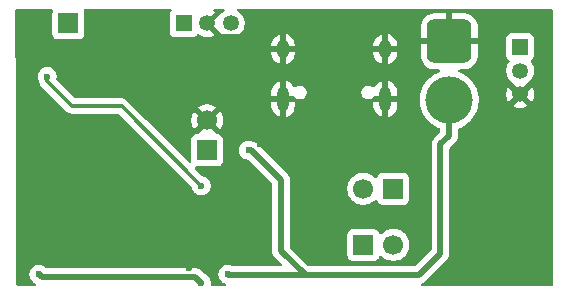
<source format=gbr>
%TF.GenerationSoftware,KiCad,Pcbnew,9.0.3*%
%TF.CreationDate,2025-08-11T12:53:14-05:00*%
%TF.ProjectId,Battle_Bot_Mind,42617474-6c65-45f4-926f-745f4d696e64,rev?*%
%TF.SameCoordinates,Original*%
%TF.FileFunction,Copper,L2,Bot*%
%TF.FilePolarity,Positive*%
%FSLAX46Y46*%
G04 Gerber Fmt 4.6, Leading zero omitted, Abs format (unit mm)*
G04 Created by KiCad (PCBNEW 9.0.3) date 2025-08-11 12:53:14*
%MOMM*%
%LPD*%
G01*
G04 APERTURE LIST*
G04 Aperture macros list*
%AMRoundRect*
0 Rectangle with rounded corners*
0 $1 Rounding radius*
0 $2 $3 $4 $5 $6 $7 $8 $9 X,Y pos of 4 corners*
0 Add a 4 corners polygon primitive as box body*
4,1,4,$2,$3,$4,$5,$6,$7,$8,$9,$2,$3,0*
0 Add four circle primitives for the rounded corners*
1,1,$1+$1,$2,$3*
1,1,$1+$1,$4,$5*
1,1,$1+$1,$6,$7*
1,1,$1+$1,$8,$9*
0 Add four rect primitives between the rounded corners*
20,1,$1+$1,$2,$3,$4,$5,0*
20,1,$1+$1,$4,$5,$6,$7,0*
20,1,$1+$1,$6,$7,$8,$9,0*
20,1,$1+$1,$8,$9,$2,$3,0*%
G04 Aperture macros list end*
%TA.AperFunction,ComponentPad*%
%ADD10RoundRect,0.760000X-1.140000X1.140000X-1.140000X-1.140000X1.140000X-1.140000X1.140000X1.140000X0*%
%TD*%
%TA.AperFunction,ComponentPad*%
%ADD11C,4.000000*%
%TD*%
%TA.AperFunction,HeatsinkPad*%
%ADD12C,0.600000*%
%TD*%
%TA.AperFunction,ComponentPad*%
%ADD13R,1.700000X1.700000*%
%TD*%
%TA.AperFunction,ComponentPad*%
%ADD14R,1.350000X1.350000*%
%TD*%
%TA.AperFunction,ComponentPad*%
%ADD15C,1.350000*%
%TD*%
%TA.AperFunction,ComponentPad*%
%ADD16C,1.700000*%
%TD*%
%TA.AperFunction,HeatsinkPad*%
%ADD17O,1.000000X2.100000*%
%TD*%
%TA.AperFunction,HeatsinkPad*%
%ADD18O,1.000000X1.600000*%
%TD*%
%TA.AperFunction,ViaPad*%
%ADD19C,0.600000*%
%TD*%
%TA.AperFunction,Conductor*%
%ADD20C,0.500000*%
%TD*%
%TA.AperFunction,Conductor*%
%ADD21C,0.300000*%
%TD*%
G04 APERTURE END LIST*
D10*
%TO.P,J2,1,Pin_1*%
%TO.N,GND*%
X142750000Y-73750000D03*
D11*
%TO.P,J2,2,Pin_2*%
%TO.N,+BATT*%
X142750000Y-78750000D03*
%TD*%
D12*
%TO.P,U1,19,GND*%
%TO.N,GND*%
X112850000Y-84390000D03*
X113950000Y-84390000D03*
X112300000Y-83840000D03*
X113400000Y-83840000D03*
X114500000Y-83840000D03*
X112850000Y-83290000D03*
X113950000Y-83290000D03*
X112300000Y-82740000D03*
X113400000Y-82740000D03*
X114500000Y-82740000D03*
X112850000Y-82190000D03*
X113950000Y-82190000D03*
%TD*%
D13*
%TO.P,J4,1,Pin_1*%
%TO.N,/BOOT*%
X110500000Y-72250000D03*
%TD*%
D14*
%TO.P,DBG1,1,Pin_1*%
%TO.N,Net-(DBG1-Pin_1)*%
X120250000Y-72250000D03*
D15*
%TO.P,DBG1,2,Pin_2*%
%TO.N,GND*%
X122250000Y-72250000D03*
%TO.P,DBG1,3,Pin_3*%
%TO.N,Net-(DBG1-Pin_3)*%
X124250000Y-72250000D03*
%TD*%
D13*
%TO.P,M2,1,Pin_1*%
%TO.N,Net-(M2-Pin_1)*%
X135475000Y-91000000D03*
D16*
%TO.P,M2,2,Pin_2*%
%TO.N,Net-(M2-Pin_2)*%
X138015000Y-91000000D03*
%TD*%
D17*
%TO.P,J1,S1,SHIELD*%
%TO.N,GND*%
X137320000Y-78630000D03*
D18*
X137320000Y-74450000D03*
D17*
X128680000Y-78630000D03*
D18*
X128680000Y-74450000D03*
%TD*%
D13*
%TO.P,M1,1,Pin_1*%
%TO.N,Net-(M1-Pin_1)*%
X138000000Y-86250000D03*
D16*
%TO.P,M1,2,Pin_2*%
%TO.N,Net-(M1-Pin_2)*%
X135460000Y-86250000D03*
%TD*%
D13*
%TO.P,M3,1,Pin_1*%
%TO.N,+BATT*%
X122250000Y-83000000D03*
D16*
%TO.P,M3,2,Pin_2*%
%TO.N,GND*%
X122250000Y-80460000D03*
%TD*%
D14*
%TO.P,J3,1,Pin_1*%
%TO.N,/ESC_PWM*%
X148750000Y-74250000D03*
D15*
%TO.P,J3,2,Pin_2*%
%TO.N,+BATT*%
X148750000Y-76250000D03*
%TO.P,J3,3,Pin_3*%
%TO.N,GND*%
X148750000Y-78250000D03*
%TD*%
D19*
%TO.N,GND*%
X133500000Y-86750000D03*
X126500000Y-88250000D03*
X116000000Y-73470000D03*
X129750000Y-80750000D03*
X148750000Y-80250000D03*
X121750000Y-87950000D03*
X126000000Y-91750000D03*
X120750000Y-93000000D03*
X122750000Y-92750000D03*
X133500000Y-89750000D03*
X136250000Y-80750000D03*
X147250000Y-84250000D03*
X132000000Y-82750000D03*
X134415380Y-81834620D03*
X132750000Y-86750000D03*
X132750000Y-89750000D03*
X124250000Y-81000000D03*
X145000000Y-93250000D03*
X112500000Y-72750000D03*
X126250000Y-72750000D03*
X149000000Y-93750000D03*
X126500000Y-86500000D03*
X126750000Y-82500000D03*
X107750000Y-72500000D03*
%TO.N,+3V3*%
X121750000Y-94200000D03*
X108000000Y-93500000D03*
%TO.N,+BATT*%
X125750000Y-83000000D03*
X124000000Y-93499000D03*
%TO.N,/PWM_B*%
X121750000Y-86000000D03*
X108700000Y-76750000D03*
%TD*%
D20*
%TO.N,GND*%
X125624000Y-73376000D02*
X126250000Y-72750000D01*
X122250000Y-72250000D02*
X123376000Y-73376000D01*
X123376000Y-73376000D02*
X125624000Y-73376000D01*
%TO.N,+3V3*%
X108250000Y-93750000D02*
X108000000Y-93500000D01*
X121749000Y-94249000D02*
X121250000Y-93750000D01*
X121250000Y-93750000D02*
X108250000Y-93750000D01*
%TO.N,+BATT*%
X128500000Y-85500000D02*
X128500000Y-91500000D01*
X142000000Y-82500000D02*
X142750000Y-81750000D01*
X140202000Y-93548000D02*
X142000000Y-91750000D01*
X130500000Y-93548000D02*
X124049000Y-93548000D01*
X128500000Y-91500000D02*
X130500000Y-93500000D01*
X130500000Y-93548000D02*
X140202000Y-93548000D01*
X124049000Y-93548000D02*
X124000000Y-93499000D01*
X126000000Y-83000000D02*
X128500000Y-85500000D01*
X142000000Y-91750000D02*
X142000000Y-82500000D01*
X130500000Y-93500000D02*
X130500000Y-93548000D01*
X142750000Y-81750000D02*
X142750000Y-78750000D01*
D21*
X142750000Y-80250000D02*
X142750000Y-78750000D01*
D20*
X125750000Y-83000000D02*
X126000000Y-83000000D01*
D21*
%TO.N,/PWM_B*%
X115001000Y-79251000D02*
X121750000Y-86000000D01*
X108750000Y-76800000D02*
X108700000Y-76750000D01*
X108700000Y-77120654D02*
X108700000Y-76750000D01*
X110830346Y-79251000D02*
X108700000Y-77120654D01*
X115000000Y-79251000D02*
X115001000Y-79251000D01*
X115000000Y-79251000D02*
X110830346Y-79251000D01*
%TD*%
%TA.AperFunction,Conductor*%
%TO.N,GND*%
G36*
X109153270Y-71020185D02*
G01*
X109199025Y-71072989D01*
X109208969Y-71142147D01*
X109202413Y-71167833D01*
X109155908Y-71292517D01*
X109149501Y-71352116D01*
X109149501Y-71352123D01*
X109149500Y-71352135D01*
X109149500Y-73147870D01*
X109149501Y-73147876D01*
X109155908Y-73207483D01*
X109206202Y-73342328D01*
X109206206Y-73342335D01*
X109292452Y-73457544D01*
X109292455Y-73457547D01*
X109407664Y-73543793D01*
X109407671Y-73543797D01*
X109542517Y-73594091D01*
X109542516Y-73594091D01*
X109549444Y-73594835D01*
X109602127Y-73600500D01*
X111397872Y-73600499D01*
X111457483Y-73594091D01*
X111592331Y-73543796D01*
X111707546Y-73457546D01*
X111793796Y-73342331D01*
X111844091Y-73207483D01*
X111850500Y-73147873D01*
X111850499Y-71352128D01*
X111844091Y-71292517D01*
X111826227Y-71244622D01*
X111797587Y-71167833D01*
X111792603Y-71098141D01*
X111826088Y-71036818D01*
X111887411Y-71003334D01*
X111913769Y-71000500D01*
X119135046Y-71000500D01*
X119202085Y-71020185D01*
X119247840Y-71072989D01*
X119257784Y-71142147D01*
X119228759Y-71205703D01*
X119222727Y-71212181D01*
X119217452Y-71217455D01*
X119131206Y-71332664D01*
X119131202Y-71332671D01*
X119080908Y-71467517D01*
X119074501Y-71527116D01*
X119074500Y-71527135D01*
X119074500Y-72972870D01*
X119074501Y-72972876D01*
X119080908Y-73032483D01*
X119131202Y-73167328D01*
X119131206Y-73167335D01*
X119217452Y-73282544D01*
X119217455Y-73282547D01*
X119332664Y-73368793D01*
X119332671Y-73368797D01*
X119467517Y-73419091D01*
X119467516Y-73419091D01*
X119474444Y-73419835D01*
X119527127Y-73425500D01*
X120972872Y-73425499D01*
X121032483Y-73419091D01*
X121167331Y-73368796D01*
X121282546Y-73282546D01*
X121346541Y-73197059D01*
X121402473Y-73155190D01*
X121472165Y-73150206D01*
X121518691Y-73171054D01*
X121634161Y-73254947D01*
X121798956Y-73338915D01*
X121798959Y-73338916D01*
X121974852Y-73396066D01*
X122157527Y-73425000D01*
X122342473Y-73425000D01*
X122525147Y-73396066D01*
X122701040Y-73338916D01*
X122701043Y-73338915D01*
X122865836Y-73254947D01*
X122865845Y-73254942D01*
X122886430Y-73239984D01*
X122886430Y-73239983D01*
X122296447Y-72650000D01*
X122302661Y-72650000D01*
X122404394Y-72622741D01*
X122495606Y-72570080D01*
X122570080Y-72495606D01*
X122622741Y-72404394D01*
X122650000Y-72302661D01*
X122650000Y-72296448D01*
X123264238Y-72910686D01*
X123299162Y-72941165D01*
X123322202Y-72972876D01*
X123353379Y-73015787D01*
X123484213Y-73146621D01*
X123633904Y-73255378D01*
X123687224Y-73282546D01*
X123798764Y-73339379D01*
X123798767Y-73339380D01*
X123886750Y-73367967D01*
X123974736Y-73396555D01*
X124157486Y-73425500D01*
X124157487Y-73425500D01*
X124342513Y-73425500D01*
X124342514Y-73425500D01*
X124525264Y-73396555D01*
X124701235Y-73339379D01*
X124866096Y-73255378D01*
X125015787Y-73146621D01*
X125146621Y-73015787D01*
X125255378Y-72866096D01*
X125339379Y-72701235D01*
X125396555Y-72525264D01*
X125401253Y-72495606D01*
X125425500Y-72342513D01*
X125425500Y-72157486D01*
X125396555Y-71974736D01*
X125339379Y-71798765D01*
X125339379Y-71798764D01*
X125296577Y-71714763D01*
X125255378Y-71633904D01*
X125146621Y-71484213D01*
X125015787Y-71353379D01*
X124866096Y-71244622D01*
X124847181Y-71234984D01*
X124796386Y-71187011D01*
X124779591Y-71119190D01*
X124802128Y-71053055D01*
X124856843Y-71009603D01*
X124903477Y-71000500D01*
X151375500Y-71000500D01*
X151442539Y-71020185D01*
X151488294Y-71072989D01*
X151499500Y-71124500D01*
X151499500Y-94375500D01*
X151479815Y-94442539D01*
X151427011Y-94488294D01*
X151375500Y-94499500D01*
X140489415Y-94499500D01*
X140422376Y-94479815D01*
X140376621Y-94427011D01*
X140366677Y-94357853D01*
X140395702Y-94294297D01*
X140441963Y-94260939D01*
X140477855Y-94246072D01*
X140557495Y-94213084D01*
X140614368Y-94175083D01*
X140680416Y-94130952D01*
X142582952Y-92228416D01*
X142632186Y-92154729D01*
X142665084Y-92105495D01*
X142721658Y-91968913D01*
X142734375Y-91904984D01*
X142750500Y-91823920D01*
X142750500Y-82862229D01*
X142770185Y-82795190D01*
X142786819Y-82774548D01*
X143332948Y-82228419D01*
X143332951Y-82228416D01*
X143415084Y-82105495D01*
X143471658Y-81968913D01*
X143483840Y-81907671D01*
X143500500Y-81823920D01*
X143500500Y-81224533D01*
X143520185Y-81157494D01*
X143572989Y-81111739D01*
X143583526Y-81107498D01*
X143708408Y-81063801D01*
X143961445Y-80941945D01*
X144199248Y-80792523D01*
X144418825Y-80617416D01*
X144617416Y-80418825D01*
X144792523Y-80199248D01*
X144941945Y-79961445D01*
X145063801Y-79708408D01*
X145156560Y-79443318D01*
X145219055Y-79169509D01*
X145250500Y-78890425D01*
X145250500Y-78609575D01*
X145232900Y-78453366D01*
X145219057Y-78330505D01*
X145219054Y-78330487D01*
X145184763Y-78180246D01*
X145156559Y-78056678D01*
X145156556Y-78056670D01*
X145127926Y-77974852D01*
X145063801Y-77791592D01*
X144941945Y-77538555D01*
X144792523Y-77300752D01*
X144617416Y-77081175D01*
X144418825Y-76882584D01*
X144199248Y-76707477D01*
X143961445Y-76558055D01*
X143961442Y-76558053D01*
X143708411Y-76436200D01*
X143579355Y-76391041D01*
X143522579Y-76350319D01*
X143496832Y-76285367D01*
X143510288Y-76216805D01*
X143558676Y-76166402D01*
X143620310Y-76150000D01*
X143954706Y-76150000D01*
X143954719Y-76149999D01*
X144087906Y-76139517D01*
X144087912Y-76139516D01*
X144307829Y-76084101D01*
X144307832Y-76084100D01*
X144514330Y-75990304D01*
X144514336Y-75990301D01*
X144700758Y-75861148D01*
X144700770Y-75861138D01*
X144861138Y-75700770D01*
X144861148Y-75700758D01*
X144990301Y-75514336D01*
X144990304Y-75514330D01*
X145084100Y-75307832D01*
X145084101Y-75307829D01*
X145139516Y-75087912D01*
X145139517Y-75087906D01*
X145149999Y-74954719D01*
X145150000Y-74954706D01*
X145150000Y-74000000D01*
X144077231Y-74000000D01*
X144100000Y-73856247D01*
X144100000Y-73643753D01*
X144081529Y-73527135D01*
X147574500Y-73527135D01*
X147574500Y-74972870D01*
X147574501Y-74972876D01*
X147580908Y-75032483D01*
X147631202Y-75167328D01*
X147631206Y-75167335D01*
X147717452Y-75282544D01*
X147717453Y-75282544D01*
X147717454Y-75282546D01*
X147751228Y-75307829D01*
X147802539Y-75346241D01*
X147844409Y-75402175D01*
X147849393Y-75471867D01*
X147828545Y-75518392D01*
X147744624Y-75633900D01*
X147660620Y-75798764D01*
X147660619Y-75798767D01*
X147603445Y-75974734D01*
X147586123Y-76084100D01*
X147574500Y-76157486D01*
X147574500Y-76342514D01*
X147578984Y-76370827D01*
X147603445Y-76525265D01*
X147660619Y-76701232D01*
X147660620Y-76701235D01*
X147663801Y-76707477D01*
X147744622Y-76866096D01*
X147853379Y-77015787D01*
X147984213Y-77146621D01*
X147984216Y-77146623D01*
X148058831Y-77200834D01*
X148073806Y-77220254D01*
X148703554Y-77850000D01*
X148697339Y-77850000D01*
X148595606Y-77877259D01*
X148504394Y-77929920D01*
X148429920Y-78004394D01*
X148377259Y-78095606D01*
X148350000Y-78197339D01*
X148350000Y-78203553D01*
X147760015Y-77613568D01*
X147745049Y-77634167D01*
X147661084Y-77798956D01*
X147661083Y-77798959D01*
X147603933Y-77974852D01*
X147575000Y-78157526D01*
X147575000Y-78342473D01*
X147603933Y-78525147D01*
X147661083Y-78701040D01*
X147661084Y-78701043D01*
X147745050Y-78865834D01*
X147760015Y-78886430D01*
X147760016Y-78886431D01*
X148350000Y-78296447D01*
X148350000Y-78302661D01*
X148377259Y-78404394D01*
X148429920Y-78495606D01*
X148504394Y-78570080D01*
X148595606Y-78622741D01*
X148697339Y-78650000D01*
X148703553Y-78650000D01*
X148113568Y-79239983D01*
X148113568Y-79239984D01*
X148134165Y-79254949D01*
X148298956Y-79338915D01*
X148298959Y-79338916D01*
X148474852Y-79396066D01*
X148657527Y-79425000D01*
X148842473Y-79425000D01*
X149025147Y-79396066D01*
X149201040Y-79338916D01*
X149201043Y-79338915D01*
X149365836Y-79254947D01*
X149365845Y-79254942D01*
X149386430Y-79239984D01*
X149386431Y-79239983D01*
X148796448Y-78650000D01*
X148802661Y-78650000D01*
X148904394Y-78622741D01*
X148995606Y-78570080D01*
X149070080Y-78495606D01*
X149122741Y-78404394D01*
X149150000Y-78302661D01*
X149150000Y-78296447D01*
X149739983Y-78886430D01*
X149739984Y-78886430D01*
X149754942Y-78865845D01*
X149754947Y-78865836D01*
X149838915Y-78701043D01*
X149838916Y-78701040D01*
X149896066Y-78525147D01*
X149925000Y-78342473D01*
X149925000Y-78157526D01*
X149896066Y-77974852D01*
X149838916Y-77798959D01*
X149838915Y-77798956D01*
X149754949Y-77634165D01*
X149739983Y-77613568D01*
X149150000Y-78203551D01*
X149150000Y-78197339D01*
X149122741Y-78095606D01*
X149070080Y-78004394D01*
X148995606Y-77929920D01*
X148904394Y-77877259D01*
X148802661Y-77850000D01*
X148796447Y-77850000D01*
X149410675Y-77235771D01*
X149441165Y-77200836D01*
X149515787Y-77146621D01*
X149646621Y-77015787D01*
X149755378Y-76866096D01*
X149839379Y-76701235D01*
X149896555Y-76525264D01*
X149925500Y-76342514D01*
X149925500Y-76157486D01*
X149896555Y-75974736D01*
X149839379Y-75798765D01*
X149839379Y-75798764D01*
X149789442Y-75700758D01*
X149755378Y-75633904D01*
X149671453Y-75518392D01*
X149647974Y-75452586D01*
X149663799Y-75384532D01*
X149697459Y-75346241D01*
X149782546Y-75282546D01*
X149868796Y-75167331D01*
X149919091Y-75032483D01*
X149925500Y-74972873D01*
X149925499Y-73527128D01*
X149919091Y-73467517D01*
X149915372Y-73457547D01*
X149868797Y-73332671D01*
X149868793Y-73332664D01*
X149782547Y-73217455D01*
X149782544Y-73217452D01*
X149667335Y-73131206D01*
X149667328Y-73131202D01*
X149532482Y-73080908D01*
X149532483Y-73080908D01*
X149472883Y-73074501D01*
X149472881Y-73074500D01*
X149472873Y-73074500D01*
X149472864Y-73074500D01*
X148027129Y-73074500D01*
X148027123Y-73074501D01*
X147967516Y-73080908D01*
X147832671Y-73131202D01*
X147832664Y-73131206D01*
X147717455Y-73217452D01*
X147717452Y-73217455D01*
X147631206Y-73332664D01*
X147631202Y-73332671D01*
X147580908Y-73467517D01*
X147574501Y-73527116D01*
X147574501Y-73527123D01*
X147574500Y-73527135D01*
X144081529Y-73527135D01*
X144077231Y-73500000D01*
X145150000Y-73500000D01*
X145150000Y-72545293D01*
X145149999Y-72545280D01*
X145139517Y-72412093D01*
X145139516Y-72412087D01*
X145084101Y-72192170D01*
X145084100Y-72192167D01*
X144990304Y-71985669D01*
X144990301Y-71985663D01*
X144861148Y-71799241D01*
X144861138Y-71799229D01*
X144700770Y-71638861D01*
X144700758Y-71638851D01*
X144514336Y-71509698D01*
X144514330Y-71509695D01*
X144307832Y-71415899D01*
X144307829Y-71415898D01*
X144087912Y-71360483D01*
X144087906Y-71360482D01*
X143954719Y-71350000D01*
X143000000Y-71350000D01*
X143000000Y-72422768D01*
X142856247Y-72400000D01*
X142643753Y-72400000D01*
X142500000Y-72422768D01*
X142500000Y-71350000D01*
X141545280Y-71350000D01*
X141412093Y-71360482D01*
X141412087Y-71360483D01*
X141192170Y-71415898D01*
X141192167Y-71415899D01*
X140985669Y-71509695D01*
X140985663Y-71509698D01*
X140799241Y-71638851D01*
X140799229Y-71638861D01*
X140638861Y-71799229D01*
X140638851Y-71799241D01*
X140509698Y-71985663D01*
X140509695Y-71985669D01*
X140415899Y-72192167D01*
X140415898Y-72192170D01*
X140360483Y-72412087D01*
X140360482Y-72412093D01*
X140350000Y-72545280D01*
X140350000Y-73500000D01*
X141422769Y-73500000D01*
X141400000Y-73643753D01*
X141400000Y-73856247D01*
X141422769Y-74000000D01*
X140350000Y-74000000D01*
X140350000Y-74954719D01*
X140360482Y-75087906D01*
X140360483Y-75087912D01*
X140415898Y-75307829D01*
X140415899Y-75307832D01*
X140509695Y-75514330D01*
X140509698Y-75514336D01*
X140638851Y-75700758D01*
X140638861Y-75700770D01*
X140799229Y-75861138D01*
X140799241Y-75861148D01*
X140985663Y-75990301D01*
X140985669Y-75990304D01*
X141192167Y-76084100D01*
X141192170Y-76084101D01*
X141412087Y-76139516D01*
X141412093Y-76139517D01*
X141545280Y-76149999D01*
X141545294Y-76150000D01*
X141879690Y-76150000D01*
X141946729Y-76169685D01*
X141992484Y-76222489D01*
X142002428Y-76291647D01*
X141973403Y-76355203D01*
X141920645Y-76391041D01*
X141791588Y-76436200D01*
X141538557Y-76558053D01*
X141300753Y-76707476D01*
X141081175Y-76882583D01*
X140882583Y-77081175D01*
X140707477Y-77300752D01*
X140558053Y-77538557D01*
X140436200Y-77791588D01*
X140343443Y-78056670D01*
X140343439Y-78056682D01*
X140280945Y-78330487D01*
X140280942Y-78330505D01*
X140249500Y-78609568D01*
X140249500Y-78890431D01*
X140280942Y-79169494D01*
X140280945Y-79169512D01*
X140343439Y-79443317D01*
X140343443Y-79443329D01*
X140436200Y-79708411D01*
X140558053Y-79961442D01*
X140558055Y-79961445D01*
X140707477Y-80199248D01*
X140882584Y-80418825D01*
X141081175Y-80617416D01*
X141300752Y-80792523D01*
X141538555Y-80941945D01*
X141538557Y-80941946D01*
X141791583Y-81063797D01*
X141791585Y-81063797D01*
X141791592Y-81063801D01*
X141916456Y-81107492D01*
X141935444Y-81121111D01*
X141956703Y-81130820D01*
X141963305Y-81141094D01*
X141973231Y-81148213D01*
X141981843Y-81169939D01*
X141994477Y-81189598D01*
X141997232Y-81208762D01*
X141998978Y-81213166D01*
X141999500Y-81224533D01*
X141999500Y-81387769D01*
X141979815Y-81454808D01*
X141963181Y-81475450D01*
X141417050Y-82021580D01*
X141417044Y-82021588D01*
X141367812Y-82095268D01*
X141367813Y-82095269D01*
X141334921Y-82144496D01*
X141334914Y-82144508D01*
X141278342Y-82281086D01*
X141278340Y-82281092D01*
X141249500Y-82426079D01*
X141249500Y-91387770D01*
X141229815Y-91454809D01*
X141213181Y-91475451D01*
X139927451Y-92761181D01*
X139866128Y-92794666D01*
X139839770Y-92797500D01*
X130910229Y-92797500D01*
X130843190Y-92777815D01*
X130822548Y-92761181D01*
X129286819Y-91225451D01*
X129253334Y-91164128D01*
X129250500Y-91137770D01*
X129250500Y-90102135D01*
X134124500Y-90102135D01*
X134124500Y-91897870D01*
X134124501Y-91897876D01*
X134130908Y-91957483D01*
X134181202Y-92092328D01*
X134181206Y-92092335D01*
X134267452Y-92207544D01*
X134267455Y-92207547D01*
X134382664Y-92293793D01*
X134382671Y-92293797D01*
X134517517Y-92344091D01*
X134517516Y-92344091D01*
X134524444Y-92344835D01*
X134577127Y-92350500D01*
X136372872Y-92350499D01*
X136432483Y-92344091D01*
X136567331Y-92293796D01*
X136682546Y-92207546D01*
X136768796Y-92092331D01*
X136817810Y-91960916D01*
X136859681Y-91904984D01*
X136925145Y-91880566D01*
X136993418Y-91895417D01*
X137021673Y-91916569D01*
X137135213Y-92030109D01*
X137307179Y-92155048D01*
X137307181Y-92155049D01*
X137307184Y-92155051D01*
X137496588Y-92251557D01*
X137698757Y-92317246D01*
X137908713Y-92350500D01*
X137908714Y-92350500D01*
X138121286Y-92350500D01*
X138121287Y-92350500D01*
X138331243Y-92317246D01*
X138533412Y-92251557D01*
X138722816Y-92155051D01*
X138744789Y-92139086D01*
X138894786Y-92030109D01*
X138894788Y-92030106D01*
X138894792Y-92030104D01*
X139045104Y-91879792D01*
X139045106Y-91879788D01*
X139045109Y-91879786D01*
X139170048Y-91707820D01*
X139170047Y-91707820D01*
X139170051Y-91707816D01*
X139266557Y-91518412D01*
X139332246Y-91316243D01*
X139365500Y-91106287D01*
X139365500Y-90893713D01*
X139332246Y-90683757D01*
X139266557Y-90481588D01*
X139170051Y-90292184D01*
X139170049Y-90292181D01*
X139170048Y-90292179D01*
X139045109Y-90120213D01*
X138894786Y-89969890D01*
X138722820Y-89844951D01*
X138533414Y-89748444D01*
X138533413Y-89748443D01*
X138533412Y-89748443D01*
X138331243Y-89682754D01*
X138331241Y-89682753D01*
X138331240Y-89682753D01*
X138169957Y-89657208D01*
X138121287Y-89649500D01*
X137908713Y-89649500D01*
X137860042Y-89657208D01*
X137698760Y-89682753D01*
X137496585Y-89748444D01*
X137307179Y-89844951D01*
X137135215Y-89969889D01*
X137021673Y-90083431D01*
X136960350Y-90116915D01*
X136890658Y-90111931D01*
X136834725Y-90070059D01*
X136817810Y-90039082D01*
X136768797Y-89907671D01*
X136768793Y-89907664D01*
X136682547Y-89792455D01*
X136682544Y-89792452D01*
X136567335Y-89706206D01*
X136567328Y-89706202D01*
X136432482Y-89655908D01*
X136432483Y-89655908D01*
X136372883Y-89649501D01*
X136372881Y-89649500D01*
X136372873Y-89649500D01*
X136372864Y-89649500D01*
X134577129Y-89649500D01*
X134577123Y-89649501D01*
X134517516Y-89655908D01*
X134382671Y-89706202D01*
X134382664Y-89706206D01*
X134267455Y-89792452D01*
X134267452Y-89792455D01*
X134181206Y-89907664D01*
X134181202Y-89907671D01*
X134130908Y-90042517D01*
X134124501Y-90102116D01*
X134124500Y-90102135D01*
X129250500Y-90102135D01*
X129250500Y-86143713D01*
X134109500Y-86143713D01*
X134109500Y-86356286D01*
X134133891Y-86510289D01*
X134142754Y-86566243D01*
X134189265Y-86709390D01*
X134208444Y-86768414D01*
X134304951Y-86957820D01*
X134429890Y-87129786D01*
X134580213Y-87280109D01*
X134752179Y-87405048D01*
X134752181Y-87405049D01*
X134752184Y-87405051D01*
X134941588Y-87501557D01*
X135143757Y-87567246D01*
X135353713Y-87600500D01*
X135353714Y-87600500D01*
X135566286Y-87600500D01*
X135566287Y-87600500D01*
X135776243Y-87567246D01*
X135978412Y-87501557D01*
X136167816Y-87405051D01*
X136339792Y-87280104D01*
X136453329Y-87166566D01*
X136514648Y-87133084D01*
X136584340Y-87138068D01*
X136640274Y-87179939D01*
X136657189Y-87210917D01*
X136706202Y-87342328D01*
X136706206Y-87342335D01*
X136792452Y-87457544D01*
X136792455Y-87457547D01*
X136907664Y-87543793D01*
X136907671Y-87543797D01*
X137042517Y-87594091D01*
X137042516Y-87594091D01*
X137049444Y-87594835D01*
X137102127Y-87600500D01*
X138897872Y-87600499D01*
X138957483Y-87594091D01*
X139092331Y-87543796D01*
X139207546Y-87457546D01*
X139293796Y-87342331D01*
X139344091Y-87207483D01*
X139350500Y-87147873D01*
X139350499Y-85352128D01*
X139344091Y-85292517D01*
X139343379Y-85290609D01*
X139293797Y-85157671D01*
X139293793Y-85157664D01*
X139207547Y-85042455D01*
X139207544Y-85042452D01*
X139092335Y-84956206D01*
X139092328Y-84956202D01*
X138957482Y-84905908D01*
X138957483Y-84905908D01*
X138897883Y-84899501D01*
X138897881Y-84899500D01*
X138897873Y-84899500D01*
X138897864Y-84899500D01*
X137102129Y-84899500D01*
X137102123Y-84899501D01*
X137042516Y-84905908D01*
X136907671Y-84956202D01*
X136907664Y-84956206D01*
X136792455Y-85042452D01*
X136792452Y-85042455D01*
X136706206Y-85157664D01*
X136706203Y-85157669D01*
X136657189Y-85289083D01*
X136615317Y-85345016D01*
X136549853Y-85369433D01*
X136481580Y-85354581D01*
X136453326Y-85333430D01*
X136339786Y-85219890D01*
X136167818Y-85094950D01*
X135978414Y-84998444D01*
X135978413Y-84998443D01*
X135978412Y-84998443D01*
X135776243Y-84932754D01*
X135776241Y-84932753D01*
X135776240Y-84932753D01*
X135614957Y-84907208D01*
X135566287Y-84899500D01*
X135353713Y-84899500D01*
X135305042Y-84907208D01*
X135143760Y-84932753D01*
X134941585Y-84998444D01*
X134752182Y-85094950D01*
X134580213Y-85219890D01*
X134429890Y-85370213D01*
X134304951Y-85542179D01*
X134208444Y-85731585D01*
X134142753Y-85933760D01*
X134109500Y-86143713D01*
X129250500Y-86143713D01*
X129250500Y-85426079D01*
X129221659Y-85281092D01*
X129221658Y-85281091D01*
X129221658Y-85281087D01*
X129221656Y-85281082D01*
X129165085Y-85144507D01*
X129165084Y-85144505D01*
X129131972Y-85094949D01*
X129131971Y-85094947D01*
X129131970Y-85094945D01*
X129082953Y-85021585D01*
X129082947Y-85021578D01*
X126478415Y-82417047D01*
X126478413Y-82417045D01*
X126420289Y-82378210D01*
X126396355Y-82362218D01*
X126355495Y-82334916D01*
X126355494Y-82334915D01*
X126355492Y-82334914D01*
X126355490Y-82334913D01*
X126218917Y-82278343D01*
X126218907Y-82278340D01*
X126073920Y-82249500D01*
X126073918Y-82249500D01*
X126054604Y-82249500D01*
X126007155Y-82240062D01*
X125983497Y-82230263D01*
X125983493Y-82230262D01*
X125983488Y-82230260D01*
X125828845Y-82199500D01*
X125828842Y-82199500D01*
X125671158Y-82199500D01*
X125671155Y-82199500D01*
X125516510Y-82230261D01*
X125516498Y-82230264D01*
X125370827Y-82290602D01*
X125370814Y-82290609D01*
X125239711Y-82378210D01*
X125239707Y-82378213D01*
X125128213Y-82489707D01*
X125128210Y-82489711D01*
X125040609Y-82620814D01*
X125040602Y-82620827D01*
X124980264Y-82766498D01*
X124980261Y-82766510D01*
X124949500Y-82921153D01*
X124949500Y-83078846D01*
X124980261Y-83233489D01*
X124980264Y-83233501D01*
X125040602Y-83379172D01*
X125040609Y-83379185D01*
X125128210Y-83510288D01*
X125128213Y-83510292D01*
X125239707Y-83621786D01*
X125239711Y-83621789D01*
X125370814Y-83709390D01*
X125370827Y-83709397D01*
X125516498Y-83769735D01*
X125516503Y-83769737D01*
X125671153Y-83800499D01*
X125671156Y-83800500D01*
X125671158Y-83800500D01*
X125687770Y-83800500D01*
X125754809Y-83820185D01*
X125775451Y-83836819D01*
X127713181Y-85774549D01*
X127746666Y-85835872D01*
X127749500Y-85862230D01*
X127749500Y-91573918D01*
X127749500Y-91573920D01*
X127749499Y-91573920D01*
X127778340Y-91718907D01*
X127778343Y-91718917D01*
X127834913Y-91855490D01*
X127834914Y-91855491D01*
X127834916Y-91855495D01*
X127851151Y-91879792D01*
X127910698Y-91968913D01*
X127917051Y-91978420D01*
X127917052Y-91978421D01*
X128524451Y-92585819D01*
X128557936Y-92647142D01*
X128552952Y-92716833D01*
X128511081Y-92772767D01*
X128445616Y-92797184D01*
X128436770Y-92797500D01*
X124422902Y-92797500D01*
X124375450Y-92788061D01*
X124233501Y-92729264D01*
X124233489Y-92729261D01*
X124078845Y-92698500D01*
X124078842Y-92698500D01*
X123921158Y-92698500D01*
X123921155Y-92698500D01*
X123766510Y-92729261D01*
X123766498Y-92729264D01*
X123620827Y-92789602D01*
X123620814Y-92789609D01*
X123489711Y-92877210D01*
X123489707Y-92877213D01*
X123378213Y-92988707D01*
X123378210Y-92988711D01*
X123290609Y-93119814D01*
X123290602Y-93119827D01*
X123230264Y-93265498D01*
X123230261Y-93265510D01*
X123199500Y-93420153D01*
X123199500Y-93577846D01*
X123230261Y-93732489D01*
X123230264Y-93732501D01*
X123290602Y-93878172D01*
X123290609Y-93878185D01*
X123378210Y-94009288D01*
X123378213Y-94009292D01*
X123489707Y-94120786D01*
X123489711Y-94120789D01*
X123620814Y-94208390D01*
X123620827Y-94208397D01*
X123747676Y-94260939D01*
X123802080Y-94304780D01*
X123824145Y-94371074D01*
X123806866Y-94438773D01*
X123755729Y-94486384D01*
X123700224Y-94499500D01*
X122657703Y-94499500D01*
X122590664Y-94479815D01*
X122544909Y-94427011D01*
X122534965Y-94357853D01*
X122536086Y-94351309D01*
X122550499Y-94278846D01*
X122550500Y-94278844D01*
X122550500Y-94121155D01*
X122550499Y-94121153D01*
X122528447Y-94010292D01*
X122519737Y-93966503D01*
X122483569Y-93879185D01*
X122459397Y-93820827D01*
X122459390Y-93820814D01*
X122371789Y-93689711D01*
X122371786Y-93689707D01*
X122260292Y-93578213D01*
X122260288Y-93578210D01*
X122129185Y-93490609D01*
X122129176Y-93490604D01*
X122020168Y-93445452D01*
X121979940Y-93418572D01*
X121728421Y-93167052D01*
X121728414Y-93167046D01*
X121654729Y-93117812D01*
X121654729Y-93117813D01*
X121605491Y-93084913D01*
X121468917Y-93028343D01*
X121468907Y-93028340D01*
X121323920Y-92999500D01*
X121323918Y-92999500D01*
X108682940Y-92999500D01*
X108615901Y-92979815D01*
X108595263Y-92963185D01*
X108510289Y-92878211D01*
X108510288Y-92878210D01*
X108510287Y-92878209D01*
X108379185Y-92790609D01*
X108379172Y-92790602D01*
X108233501Y-92730264D01*
X108233489Y-92730261D01*
X108078845Y-92699500D01*
X108078842Y-92699500D01*
X107921158Y-92699500D01*
X107921155Y-92699500D01*
X107766510Y-92730261D01*
X107766498Y-92730264D01*
X107620827Y-92790602D01*
X107620814Y-92790609D01*
X107489711Y-92878210D01*
X107489707Y-92878213D01*
X107378213Y-92989707D01*
X107378210Y-92989711D01*
X107290609Y-93120814D01*
X107290602Y-93120827D01*
X107230264Y-93266498D01*
X107230261Y-93266510D01*
X107199500Y-93421153D01*
X107199500Y-93578846D01*
X107230261Y-93733489D01*
X107230264Y-93733501D01*
X107290602Y-93879172D01*
X107290609Y-93879185D01*
X107378210Y-94010288D01*
X107378213Y-94010292D01*
X107489707Y-94121786D01*
X107489711Y-94121789D01*
X107620817Y-94209392D01*
X107620819Y-94209393D01*
X107620821Y-94209394D01*
X107644476Y-94219192D01*
X107651408Y-94223824D01*
X107656450Y-94224921D01*
X107684704Y-94246072D01*
X107726451Y-94287819D01*
X107759936Y-94349142D01*
X107754952Y-94418834D01*
X107713080Y-94474767D01*
X107647616Y-94499184D01*
X107638770Y-94499500D01*
X106221503Y-94499500D01*
X106154464Y-94479815D01*
X106108709Y-94427011D01*
X106097504Y-94375996D01*
X106096834Y-94208397D01*
X106093234Y-93308622D01*
X106100000Y-93285235D01*
X106100000Y-76671153D01*
X107899500Y-76671153D01*
X107899500Y-76828846D01*
X107930261Y-76983489D01*
X107930264Y-76983501D01*
X107990604Y-77129177D01*
X107990606Y-77129181D01*
X108045028Y-77210629D01*
X108063543Y-77255325D01*
X108072579Y-77300749D01*
X108074498Y-77310396D01*
X108074499Y-77310399D01*
X108123533Y-77428779D01*
X108132726Y-77442537D01*
X108187491Y-77524500D01*
X108194726Y-77535327D01*
X108194727Y-77535328D01*
X110325070Y-79665669D01*
X110411840Y-79752439D01*
X110415678Y-79756277D01*
X110522212Y-79827461D01*
X110522218Y-79827464D01*
X110522219Y-79827465D01*
X110640602Y-79876501D01*
X110640606Y-79876501D01*
X110640607Y-79876502D01*
X110766274Y-79901500D01*
X110766277Y-79901500D01*
X114680192Y-79901500D01*
X114747231Y-79921185D01*
X114767873Y-79937819D01*
X120932984Y-86102930D01*
X120966469Y-86164253D01*
X120966920Y-86166420D01*
X120980261Y-86233489D01*
X120980264Y-86233501D01*
X121040602Y-86379172D01*
X121040609Y-86379185D01*
X121128210Y-86510288D01*
X121128213Y-86510292D01*
X121239707Y-86621786D01*
X121239711Y-86621789D01*
X121370814Y-86709390D01*
X121370827Y-86709397D01*
X121513304Y-86768412D01*
X121516503Y-86769737D01*
X121671153Y-86800499D01*
X121671156Y-86800500D01*
X121671158Y-86800500D01*
X121828844Y-86800500D01*
X121828845Y-86800499D01*
X121983497Y-86769737D01*
X122129179Y-86709394D01*
X122260289Y-86621789D01*
X122371789Y-86510289D01*
X122459394Y-86379179D01*
X122519737Y-86233497D01*
X122550500Y-86078842D01*
X122550500Y-85921158D01*
X122550500Y-85921155D01*
X122550499Y-85921153D01*
X122519738Y-85766510D01*
X122519737Y-85766503D01*
X122505274Y-85731585D01*
X122459397Y-85620827D01*
X122459390Y-85620814D01*
X122371789Y-85489711D01*
X122371786Y-85489707D01*
X122260292Y-85378213D01*
X122260288Y-85378210D01*
X122129185Y-85290609D01*
X122129172Y-85290602D01*
X121983501Y-85230264D01*
X121983489Y-85230261D01*
X121916420Y-85216920D01*
X121854509Y-85184535D01*
X121852930Y-85182984D01*
X121229034Y-84559087D01*
X121195549Y-84497764D01*
X121200533Y-84428072D01*
X121242405Y-84372139D01*
X121307869Y-84347722D01*
X121329960Y-84348116D01*
X121352127Y-84350500D01*
X123147872Y-84350499D01*
X123207483Y-84344091D01*
X123342331Y-84293796D01*
X123457546Y-84207546D01*
X123543796Y-84092331D01*
X123594091Y-83957483D01*
X123600500Y-83897873D01*
X123600499Y-82102128D01*
X123594091Y-82042517D01*
X123566636Y-81968907D01*
X123543797Y-81907671D01*
X123543793Y-81907664D01*
X123457547Y-81792455D01*
X123457544Y-81792452D01*
X123342335Y-81706206D01*
X123342328Y-81706202D01*
X123207482Y-81655908D01*
X123207483Y-81655908D01*
X123147883Y-81649501D01*
X123147881Y-81649500D01*
X123147873Y-81649500D01*
X123147865Y-81649500D01*
X123137309Y-81649500D01*
X123070270Y-81629815D01*
X123049628Y-81613181D01*
X122379408Y-80942962D01*
X122442993Y-80925925D01*
X122557007Y-80860099D01*
X122650099Y-80767007D01*
X122715925Y-80652993D01*
X122732962Y-80589408D01*
X123365270Y-81221717D01*
X123365270Y-81221716D01*
X123404622Y-81167554D01*
X123501095Y-80978217D01*
X123566757Y-80776130D01*
X123566757Y-80776127D01*
X123600000Y-80566246D01*
X123600000Y-80353753D01*
X123566757Y-80143872D01*
X123566757Y-80143869D01*
X123501095Y-79941782D01*
X123404624Y-79752449D01*
X123365270Y-79698282D01*
X123365269Y-79698282D01*
X122732962Y-80330590D01*
X122715925Y-80267007D01*
X122650099Y-80152993D01*
X122557007Y-80059901D01*
X122442993Y-79994075D01*
X122379409Y-79977037D01*
X123011716Y-79344728D01*
X122957550Y-79305375D01*
X122768217Y-79208904D01*
X122566129Y-79143242D01*
X122356246Y-79110000D01*
X122143754Y-79110000D01*
X121933872Y-79143242D01*
X121933869Y-79143242D01*
X121731782Y-79208904D01*
X121542439Y-79305380D01*
X121488282Y-79344727D01*
X121488282Y-79344728D01*
X122120591Y-79977037D01*
X122057007Y-79994075D01*
X121942993Y-80059901D01*
X121849901Y-80152993D01*
X121784075Y-80267007D01*
X121767037Y-80330591D01*
X121134728Y-79698282D01*
X121134727Y-79698282D01*
X121095380Y-79752439D01*
X120998904Y-79941782D01*
X120933242Y-80143869D01*
X120933242Y-80143872D01*
X120900000Y-80353753D01*
X120900000Y-80566246D01*
X120933242Y-80776127D01*
X120933242Y-80776130D01*
X120998904Y-80978217D01*
X121095375Y-81167550D01*
X121134728Y-81221716D01*
X121767037Y-80589408D01*
X121784075Y-80652993D01*
X121849901Y-80767007D01*
X121942993Y-80860099D01*
X122057007Y-80925925D01*
X122120590Y-80942962D01*
X121450370Y-81613181D01*
X121389047Y-81646666D01*
X121362698Y-81649500D01*
X121352134Y-81649500D01*
X121352123Y-81649501D01*
X121292516Y-81655908D01*
X121157671Y-81706202D01*
X121157664Y-81706206D01*
X121042455Y-81792452D01*
X121042452Y-81792455D01*
X120956206Y-81907664D01*
X120956202Y-81907671D01*
X120905908Y-82042517D01*
X120900237Y-82095268D01*
X120899501Y-82102123D01*
X120899500Y-82102135D01*
X120899500Y-83897870D01*
X120899501Y-83897886D01*
X120901882Y-83920035D01*
X120889473Y-83988794D01*
X120841860Y-84039929D01*
X120774160Y-84057205D01*
X120707867Y-84035137D01*
X120690911Y-84020965D01*
X117106509Y-80436562D01*
X115415673Y-78745726D01*
X115415669Y-78745723D01*
X115309127Y-78674535D01*
X115249894Y-78650000D01*
X115190744Y-78625499D01*
X115190738Y-78625497D01*
X115065071Y-78600500D01*
X115065069Y-78600500D01*
X115064069Y-78600500D01*
X111151153Y-78600500D01*
X111084114Y-78580815D01*
X111063472Y-78564181D01*
X110562389Y-78063098D01*
X110480795Y-77981504D01*
X127680000Y-77981504D01*
X127680000Y-78380000D01*
X128380000Y-78380000D01*
X128380000Y-78880000D01*
X127680000Y-78880000D01*
X127680000Y-79278495D01*
X127718427Y-79471681D01*
X127718430Y-79471693D01*
X127793807Y-79653671D01*
X127793814Y-79653684D01*
X127903248Y-79817462D01*
X127903251Y-79817466D01*
X128042533Y-79956748D01*
X128042537Y-79956751D01*
X128206315Y-80066185D01*
X128206328Y-80066192D01*
X128388308Y-80141569D01*
X128430000Y-80149862D01*
X128430000Y-79346988D01*
X128439940Y-79364205D01*
X128495795Y-79420060D01*
X128564204Y-79459556D01*
X128640504Y-79480000D01*
X128719496Y-79480000D01*
X128795796Y-79459556D01*
X128864205Y-79420060D01*
X128920060Y-79364205D01*
X128930000Y-79346988D01*
X128930000Y-80149862D01*
X128971690Y-80141569D01*
X128971692Y-80141569D01*
X129153671Y-80066192D01*
X129153684Y-80066185D01*
X129317462Y-79956751D01*
X129317466Y-79956748D01*
X129456748Y-79817466D01*
X129456751Y-79817462D01*
X129566185Y-79653684D01*
X129566192Y-79653671D01*
X129641569Y-79471693D01*
X129641572Y-79471681D01*
X129679999Y-79278495D01*
X129680000Y-79278492D01*
X129680000Y-78880000D01*
X128980000Y-78880000D01*
X128980000Y-78380000D01*
X129535536Y-78380000D01*
X129602575Y-78399685D01*
X129642923Y-78442000D01*
X129649482Y-78453361D01*
X129649484Y-78453364D01*
X129649485Y-78453365D01*
X129756635Y-78560515D01*
X129887865Y-78636281D01*
X130034234Y-78675500D01*
X130034236Y-78675500D01*
X130185764Y-78675500D01*
X130185766Y-78675500D01*
X130332135Y-78636281D01*
X130463365Y-78560515D01*
X130570515Y-78453365D01*
X130646281Y-78322135D01*
X130685500Y-78175766D01*
X130685500Y-78024234D01*
X135314500Y-78024234D01*
X135314500Y-78175766D01*
X135334109Y-78248950D01*
X135353719Y-78322136D01*
X135391602Y-78387750D01*
X135429485Y-78453365D01*
X135536635Y-78560515D01*
X135667865Y-78636281D01*
X135814234Y-78675500D01*
X135814236Y-78675500D01*
X135965764Y-78675500D01*
X135965766Y-78675500D01*
X136112135Y-78636281D01*
X136243365Y-78560515D01*
X136350515Y-78453365D01*
X136357077Y-78442000D01*
X136407644Y-78393784D01*
X136464464Y-78380000D01*
X137020000Y-78380000D01*
X137020000Y-78880000D01*
X136320000Y-78880000D01*
X136320000Y-79278495D01*
X136358427Y-79471681D01*
X136358430Y-79471693D01*
X136433807Y-79653671D01*
X136433814Y-79653684D01*
X136543248Y-79817462D01*
X136543251Y-79817466D01*
X136682533Y-79956748D01*
X136682537Y-79956751D01*
X136846315Y-80066185D01*
X136846328Y-80066192D01*
X137028308Y-80141569D01*
X137070000Y-80149862D01*
X137070000Y-79346988D01*
X137079940Y-79364205D01*
X137135795Y-79420060D01*
X137204204Y-79459556D01*
X137280504Y-79480000D01*
X137359496Y-79480000D01*
X137435796Y-79459556D01*
X137504205Y-79420060D01*
X137560060Y-79364205D01*
X137570000Y-79346988D01*
X137570000Y-80149862D01*
X137611690Y-80141569D01*
X137611692Y-80141569D01*
X137793671Y-80066192D01*
X137793684Y-80066185D01*
X137957462Y-79956751D01*
X137957466Y-79956748D01*
X138096748Y-79817466D01*
X138096751Y-79817462D01*
X138206185Y-79653684D01*
X138206192Y-79653671D01*
X138281569Y-79471693D01*
X138281572Y-79471681D01*
X138319999Y-79278495D01*
X138320000Y-79278492D01*
X138320000Y-78880000D01*
X137620000Y-78880000D01*
X137620000Y-78380000D01*
X138320000Y-78380000D01*
X138320000Y-77981508D01*
X138319999Y-77981504D01*
X138281572Y-77788318D01*
X138281569Y-77788306D01*
X138206192Y-77606328D01*
X138206185Y-77606315D01*
X138096751Y-77442537D01*
X138096748Y-77442533D01*
X137957466Y-77303251D01*
X137957462Y-77303248D01*
X137793684Y-77193814D01*
X137793671Y-77193807D01*
X137611691Y-77118429D01*
X137611683Y-77118427D01*
X137570000Y-77110135D01*
X137570000Y-77913011D01*
X137560060Y-77895795D01*
X137504205Y-77839940D01*
X137435796Y-77800444D01*
X137359496Y-77780000D01*
X137280504Y-77780000D01*
X137204204Y-77800444D01*
X137135795Y-77839940D01*
X137079940Y-77895795D01*
X137070000Y-77913011D01*
X137070000Y-77110136D01*
X137069999Y-77110135D01*
X137028316Y-77118427D01*
X137028308Y-77118429D01*
X136846328Y-77193807D01*
X136846315Y-77193814D01*
X136682537Y-77303248D01*
X136682533Y-77303251D01*
X136543248Y-77442536D01*
X136430427Y-77611387D01*
X136429003Y-77610435D01*
X136385742Y-77654451D01*
X136317600Y-77669892D01*
X136251927Y-77646041D01*
X136249907Y-77644306D01*
X136249811Y-77644432D01*
X136243367Y-77639487D01*
X136243365Y-77639485D01*
X136177750Y-77601602D01*
X136112136Y-77563719D01*
X136018228Y-77538557D01*
X135965766Y-77524500D01*
X135814234Y-77524500D01*
X135667863Y-77563719D01*
X135536635Y-77639485D01*
X135536632Y-77639487D01*
X135429487Y-77746632D01*
X135429485Y-77746635D01*
X135353719Y-77877863D01*
X135348740Y-77896446D01*
X135314500Y-78024234D01*
X130685500Y-78024234D01*
X130646281Y-77877865D01*
X130570515Y-77746635D01*
X130463365Y-77639485D01*
X130397750Y-77601602D01*
X130332136Y-77563719D01*
X130238228Y-77538557D01*
X130185766Y-77524500D01*
X130034234Y-77524500D01*
X129887863Y-77563719D01*
X129756635Y-77639485D01*
X129750189Y-77644432D01*
X129748099Y-77641709D01*
X129700217Y-77667466D01*
X129630558Y-77662043D01*
X129574888Y-77619821D01*
X129569299Y-77610976D01*
X129456751Y-77442537D01*
X129456748Y-77442533D01*
X129317466Y-77303251D01*
X129317462Y-77303248D01*
X129153684Y-77193814D01*
X129153671Y-77193807D01*
X128971691Y-77118429D01*
X128971683Y-77118427D01*
X128930000Y-77110135D01*
X128930000Y-77913011D01*
X128920060Y-77895795D01*
X128864205Y-77839940D01*
X128795796Y-77800444D01*
X128719496Y-77780000D01*
X128640504Y-77780000D01*
X128564204Y-77800444D01*
X128495795Y-77839940D01*
X128439940Y-77895795D01*
X128430000Y-77913011D01*
X128430000Y-77110136D01*
X128429999Y-77110135D01*
X128388316Y-77118427D01*
X128388308Y-77118429D01*
X128206328Y-77193807D01*
X128206315Y-77193814D01*
X128042537Y-77303248D01*
X128042533Y-77303251D01*
X127903251Y-77442533D01*
X127903248Y-77442537D01*
X127793814Y-77606315D01*
X127793807Y-77606328D01*
X127718430Y-77788306D01*
X127718427Y-77788318D01*
X127680000Y-77981504D01*
X110480795Y-77981504D01*
X110279291Y-77780000D01*
X109518769Y-77019477D01*
X109485284Y-76958154D01*
X109484833Y-76907604D01*
X109500500Y-76828844D01*
X109500500Y-76671155D01*
X109500499Y-76671153D01*
X109471480Y-76525265D01*
X109469737Y-76516503D01*
X109436475Y-76436200D01*
X109409397Y-76370827D01*
X109409390Y-76370814D01*
X109321789Y-76239711D01*
X109321786Y-76239707D01*
X109210292Y-76128213D01*
X109210288Y-76128210D01*
X109079185Y-76040609D01*
X109079172Y-76040602D01*
X108933501Y-75980264D01*
X108933489Y-75980261D01*
X108778845Y-75949500D01*
X108778842Y-75949500D01*
X108621158Y-75949500D01*
X108621155Y-75949500D01*
X108466510Y-75980261D01*
X108466498Y-75980264D01*
X108320827Y-76040602D01*
X108320814Y-76040609D01*
X108189711Y-76128210D01*
X108189707Y-76128213D01*
X108078213Y-76239707D01*
X108078210Y-76239711D01*
X107990609Y-76370814D01*
X107990602Y-76370827D01*
X107930264Y-76516498D01*
X107930261Y-76516510D01*
X107899500Y-76671153D01*
X106100000Y-76671153D01*
X106100000Y-75250000D01*
X106081499Y-75231499D01*
X106077466Y-75230315D01*
X106031711Y-75177511D01*
X106020506Y-75126496D01*
X106018597Y-74649134D01*
X106016206Y-74051504D01*
X127680000Y-74051504D01*
X127680000Y-74200000D01*
X128380000Y-74200000D01*
X128380000Y-74700000D01*
X127680000Y-74700000D01*
X127680000Y-74848495D01*
X127718427Y-75041681D01*
X127718430Y-75041693D01*
X127793807Y-75223671D01*
X127793814Y-75223684D01*
X127903248Y-75387462D01*
X127903251Y-75387466D01*
X128042533Y-75526748D01*
X128042537Y-75526751D01*
X128206315Y-75636185D01*
X128206328Y-75636192D01*
X128388308Y-75711569D01*
X128430000Y-75719862D01*
X128430000Y-74916988D01*
X128439940Y-74934205D01*
X128495795Y-74990060D01*
X128564204Y-75029556D01*
X128640504Y-75050000D01*
X128719496Y-75050000D01*
X128795796Y-75029556D01*
X128864205Y-74990060D01*
X128920060Y-74934205D01*
X128930000Y-74916988D01*
X128930000Y-75719862D01*
X128971690Y-75711569D01*
X128971692Y-75711569D01*
X129153671Y-75636192D01*
X129153684Y-75636185D01*
X129317462Y-75526751D01*
X129317466Y-75526748D01*
X129456748Y-75387466D01*
X129456751Y-75387462D01*
X129566185Y-75223684D01*
X129566192Y-75223671D01*
X129641569Y-75041693D01*
X129641572Y-75041681D01*
X129679999Y-74848495D01*
X129680000Y-74848492D01*
X129680000Y-74700000D01*
X128980000Y-74700000D01*
X128980000Y-74200000D01*
X129680000Y-74200000D01*
X129680000Y-74051508D01*
X129679999Y-74051504D01*
X136320000Y-74051504D01*
X136320000Y-74200000D01*
X137020000Y-74200000D01*
X137020000Y-74700000D01*
X136320000Y-74700000D01*
X136320000Y-74848495D01*
X136358427Y-75041681D01*
X136358430Y-75041693D01*
X136433807Y-75223671D01*
X136433814Y-75223684D01*
X136543248Y-75387462D01*
X136543251Y-75387466D01*
X136682533Y-75526748D01*
X136682537Y-75526751D01*
X136846315Y-75636185D01*
X136846328Y-75636192D01*
X137028308Y-75711569D01*
X137070000Y-75719862D01*
X137070000Y-74916988D01*
X137079940Y-74934205D01*
X137135795Y-74990060D01*
X137204204Y-75029556D01*
X137280504Y-75050000D01*
X137359496Y-75050000D01*
X137435796Y-75029556D01*
X137504205Y-74990060D01*
X137560060Y-74934205D01*
X137570000Y-74916988D01*
X137570000Y-75719862D01*
X137611690Y-75711569D01*
X137611692Y-75711569D01*
X137793671Y-75636192D01*
X137793684Y-75636185D01*
X137957462Y-75526751D01*
X137957466Y-75526748D01*
X138096748Y-75387466D01*
X138096751Y-75387462D01*
X138206185Y-75223684D01*
X138206192Y-75223671D01*
X138281569Y-75041693D01*
X138281572Y-75041681D01*
X138319999Y-74848495D01*
X138320000Y-74848492D01*
X138320000Y-74700000D01*
X137620000Y-74700000D01*
X137620000Y-74200000D01*
X138320000Y-74200000D01*
X138320000Y-74051508D01*
X138319999Y-74051504D01*
X138281572Y-73858318D01*
X138281569Y-73858306D01*
X138206192Y-73676328D01*
X138206185Y-73676315D01*
X138096751Y-73512537D01*
X138096748Y-73512533D01*
X137957466Y-73373251D01*
X137957462Y-73373248D01*
X137793684Y-73263814D01*
X137793671Y-73263807D01*
X137611691Y-73188429D01*
X137611683Y-73188427D01*
X137570000Y-73180135D01*
X137570000Y-73983011D01*
X137560060Y-73965795D01*
X137504205Y-73909940D01*
X137435796Y-73870444D01*
X137359496Y-73850000D01*
X137280504Y-73850000D01*
X137204204Y-73870444D01*
X137135795Y-73909940D01*
X137079940Y-73965795D01*
X137070000Y-73983011D01*
X137070000Y-73180136D01*
X137069999Y-73180135D01*
X137028316Y-73188427D01*
X137028308Y-73188429D01*
X136846328Y-73263807D01*
X136846315Y-73263814D01*
X136682537Y-73373248D01*
X136682533Y-73373251D01*
X136543251Y-73512533D01*
X136543248Y-73512537D01*
X136433814Y-73676315D01*
X136433807Y-73676328D01*
X136358430Y-73858306D01*
X136358427Y-73858318D01*
X136320000Y-74051504D01*
X129679999Y-74051504D01*
X129641572Y-73858318D01*
X129641569Y-73858306D01*
X129566192Y-73676328D01*
X129566185Y-73676315D01*
X129456751Y-73512537D01*
X129456748Y-73512533D01*
X129317466Y-73373251D01*
X129317462Y-73373248D01*
X129153684Y-73263814D01*
X129153671Y-73263807D01*
X128971691Y-73188429D01*
X128971683Y-73188427D01*
X128930000Y-73180135D01*
X128930000Y-73983011D01*
X128920060Y-73965795D01*
X128864205Y-73909940D01*
X128795796Y-73870444D01*
X128719496Y-73850000D01*
X128640504Y-73850000D01*
X128564204Y-73870444D01*
X128495795Y-73909940D01*
X128439940Y-73965795D01*
X128430000Y-73983011D01*
X128430000Y-73180136D01*
X128429999Y-73180135D01*
X128388316Y-73188427D01*
X128388308Y-73188429D01*
X128206328Y-73263807D01*
X128206315Y-73263814D01*
X128042537Y-73373248D01*
X128042533Y-73373251D01*
X127903251Y-73512533D01*
X127903248Y-73512537D01*
X127793814Y-73676315D01*
X127793807Y-73676328D01*
X127718430Y-73858306D01*
X127718427Y-73858318D01*
X127680000Y-74051504D01*
X106016206Y-74051504D01*
X106016184Y-74045913D01*
X106004500Y-71124996D01*
X106023916Y-71057878D01*
X106076537Y-71011913D01*
X106128499Y-71000500D01*
X109086231Y-71000500D01*
X109153270Y-71020185D01*
G37*
%TD.AperFunction*%
%TA.AperFunction,Conductor*%
G36*
X123663562Y-71020185D02*
G01*
X123709317Y-71072989D01*
X123719261Y-71142147D01*
X123690236Y-71205703D01*
X123652818Y-71234985D01*
X123633903Y-71244622D01*
X123567982Y-71292517D01*
X123484213Y-71353379D01*
X123484211Y-71353381D01*
X123484210Y-71353381D01*
X123353378Y-71484213D01*
X123299163Y-71558833D01*
X123279745Y-71573805D01*
X122650000Y-72203551D01*
X122650000Y-72197339D01*
X122622741Y-72095606D01*
X122570080Y-72004394D01*
X122495606Y-71929920D01*
X122404394Y-71877259D01*
X122302661Y-71850000D01*
X122296446Y-71850000D01*
X122886430Y-71260015D01*
X122865834Y-71245050D01*
X122846080Y-71234985D01*
X122795284Y-71187011D01*
X122778489Y-71119190D01*
X122801026Y-71053055D01*
X122855741Y-71009603D01*
X122902375Y-71000500D01*
X123596523Y-71000500D01*
X123663562Y-71020185D01*
G37*
%TD.AperFunction*%
%TD*%
M02*

</source>
